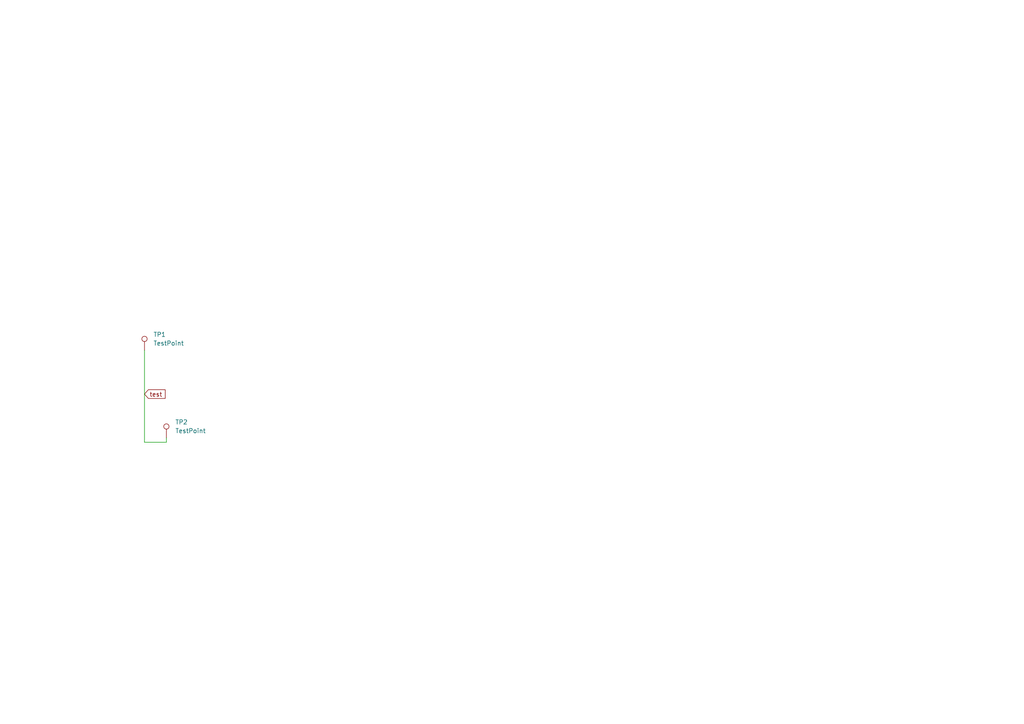
<source format=kicad_sch>
(kicad_sch (version 20231120) (generator "eeschema") (generator_version "8.0")
  (paper "A4")
  (lib_symbols
    (symbol "Connector:TestPoint" (pin_numbers hide) (pin_names (offset 0.762) hide)
      (property "Reference" "TP" (at 0 6.858 0))
      (property "Value" "TestPoint" (at 0 5.08 0))
      (symbol "TestPoint_0_1"
        (circle (center 0 3.302) (radius 0.762))
      )
      (symbol "TestPoint_1_1"
        (pin passive line (at 0 0 90) (length 2.54) (name "1") (number "1"))
      )
    )
  )
  (wire (pts (xy 48.26 127) (xy 48.26 128.27)))
  (wire (pts (xy 41.91 128.27) (xy 41.91 101.6)))
  (wire (pts (xy 41.91 128.27) (xy 48.26 128.27)))
  (global_label "test" (shape input) (at 41.91 114.3 0) (property "Intersheetrefs" "${INTERSHEET_REFS}" (effects (hide yes))))
  (symbol (lib_id "Connector:TestPoint") (at 41.91 101.6 0) (unit 1)
    (property "Reference" "TP1" (at 44.45 97.0279 0) (effects (justify left)))
    (property "Value" "TestPoint" (at 44.45 99.5679 0) (effects (justify left)))
    (property "Footprint" "TestPoint:TestPoint_Pad_1.0x1.0mm" (effects (hide yes)))
    (property "Description" "test point" (effects (hide yes)))
  )
  (symbol (lib_id "Connector:TestPoint") (at 48.26 127 0) (unit 1)
    (property "Reference" "TP2" (at 50.8 122.4279 0) (effects (justify left)))
    (property "Value" "TestPoint" (at 50.8 124.9679 0) (effects (justify left)))
    (property "Footprint" "TestPoint:TestPoint_Pad_1.0x1.0mm" (effects (hide yes)))
    (property "Description" "test point" (effects (hide yes)))
  )
)
</source>
